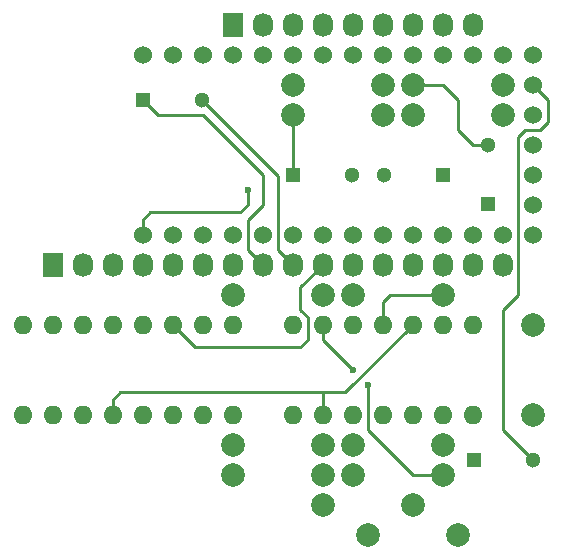
<source format=gbl>
G04 #@! TF.FileFunction,Copper,L2,Bot,Signal*
%FSLAX46Y46*%
G04 Gerber Fmt 4.6, Leading zero omitted, Abs format (unit mm)*
G04 Created by KiCad (PCBNEW (2015-11-29 BZR 6336)-product) date vrijdag 15 april 2016 20:58:08*
%MOMM*%
G01*
G04 APERTURE LIST*
%ADD10C,0.100000*%
%ADD11R,1.300000X1.300000*%
%ADD12C,1.300000*%
%ADD13O,1.600000X1.600000*%
%ADD14C,1.998980*%
%ADD15C,1.524000*%
%ADD16R,1.727200X2.032000*%
%ADD17O,1.727200X2.032000*%
%ADD18C,0.600000*%
%ADD19C,0.250000*%
G04 APERTURE END LIST*
D10*
D11*
X92790000Y-92710000D03*
D12*
X97790000Y-92710000D03*
D13*
X77470000Y-88900000D03*
X80010000Y-88900000D03*
X82550000Y-88900000D03*
X85090000Y-88900000D03*
X87630000Y-88900000D03*
X90170000Y-88900000D03*
X92710000Y-88900000D03*
X92710000Y-81280000D03*
X90170000Y-81280000D03*
X87630000Y-81280000D03*
X85090000Y-81280000D03*
X82550000Y-81280000D03*
X80010000Y-81280000D03*
X77470000Y-81280000D03*
D14*
X82550000Y-93980000D03*
X90170000Y-93980000D03*
X83820000Y-99060000D03*
X91440000Y-99060000D03*
X80010000Y-93980000D03*
X72390000Y-93980000D03*
X80010000Y-91440000D03*
X72390000Y-91440000D03*
D15*
X72390000Y-73660000D03*
X77470000Y-73660000D03*
X82550000Y-73660000D03*
X74930000Y-73660000D03*
X80010000Y-73660000D03*
X69850000Y-73660000D03*
X64770000Y-73660000D03*
X67310000Y-73660000D03*
X87630000Y-73660000D03*
X85090000Y-73660000D03*
X90170000Y-73660000D03*
X95250000Y-73660000D03*
X92710000Y-73660000D03*
X97790000Y-73660000D03*
X97790000Y-71120000D03*
X97790000Y-68580000D03*
X97790000Y-66040000D03*
X97790000Y-63500000D03*
X97790000Y-60960000D03*
X72390000Y-58420000D03*
X74930000Y-58420000D03*
X80010000Y-58420000D03*
X77470000Y-58420000D03*
X82550000Y-58420000D03*
X85090000Y-58420000D03*
X90170000Y-58420000D03*
X95250000Y-58420000D03*
X92710000Y-58420000D03*
X87630000Y-58420000D03*
X97790000Y-58420000D03*
X67310000Y-58420000D03*
X69850000Y-58420000D03*
X64770000Y-58420000D03*
D16*
X57150000Y-76200000D03*
D17*
X59690000Y-76200000D03*
X62230000Y-76200000D03*
X64770000Y-76200000D03*
X67310000Y-76200000D03*
X69850000Y-76200000D03*
X72390000Y-76200000D03*
X74930000Y-76200000D03*
X77470000Y-76200000D03*
X80010000Y-76200000D03*
X82550000Y-76200000D03*
X85090000Y-76200000D03*
X87630000Y-76200000D03*
X90170000Y-76200000D03*
X92710000Y-76200000D03*
X95250000Y-76200000D03*
D11*
X64770000Y-62230000D03*
D12*
X69770000Y-62230000D03*
D14*
X97790000Y-88900000D03*
X97790000Y-81280000D03*
D11*
X77470000Y-68580000D03*
D12*
X82470000Y-68580000D03*
D13*
X72390000Y-81280000D03*
X69850000Y-81280000D03*
X67310000Y-81280000D03*
X64770000Y-81280000D03*
X62230000Y-81280000D03*
X59690000Y-81280000D03*
X57150000Y-81280000D03*
X54610000Y-81280000D03*
X54610000Y-88900000D03*
X57150000Y-88900000D03*
X59690000Y-88900000D03*
X62230000Y-88900000D03*
X64770000Y-88900000D03*
X67310000Y-88900000D03*
X69850000Y-88900000D03*
X72390000Y-88900000D03*
D11*
X90170000Y-68580000D03*
D12*
X85170000Y-68580000D03*
D14*
X82550000Y-91440000D03*
X90170000Y-91440000D03*
X80010000Y-96520000D03*
X87630000Y-96520000D03*
X85090000Y-63500000D03*
X77470000Y-63500000D03*
X72390000Y-78740000D03*
X80010000Y-78740000D03*
X77470000Y-60960000D03*
X85090000Y-60960000D03*
X82550000Y-78740000D03*
X90170000Y-78740000D03*
X87630000Y-63500000D03*
X95250000Y-63500000D03*
X95250000Y-60960000D03*
X87630000Y-60960000D03*
D11*
X93980000Y-71040000D03*
D12*
X93980000Y-66040000D03*
D16*
X72390000Y-55880000D03*
D17*
X74930000Y-55880000D03*
X77470000Y-55880000D03*
X80010000Y-55880000D03*
X82550000Y-55880000D03*
X85090000Y-55880000D03*
X87630000Y-55880000D03*
X90170000Y-55880000D03*
X92710000Y-55880000D03*
D18*
X73660000Y-69850000D03*
X82550000Y-85090000D03*
X83820000Y-86360000D03*
D19*
X99060000Y-64135000D02*
X99060000Y-62230000D01*
X99060000Y-62230000D02*
X97790000Y-60960000D01*
X98425000Y-64770000D02*
X99060000Y-64135000D01*
X97155000Y-64770000D02*
X98425000Y-64770000D01*
X96520000Y-65405000D02*
X97155000Y-64770000D01*
X96520000Y-78740000D02*
X96520000Y-65405000D01*
X95250000Y-80010000D02*
X96520000Y-78740000D01*
X95250000Y-90170000D02*
X95250000Y-80010000D01*
X97790000Y-92710000D02*
X95250000Y-90170000D01*
X77470000Y-68580000D02*
X77470000Y-63500000D01*
X66040000Y-63500000D02*
X69850000Y-63500000D01*
X74930000Y-76200000D02*
X73660000Y-74930000D01*
X73660000Y-74930000D02*
X73660000Y-72390000D01*
X73660000Y-72390000D02*
X74930000Y-71120000D01*
X74930000Y-71120000D02*
X74930000Y-68580000D01*
X74930000Y-68580000D02*
X69850000Y-63500000D01*
X66040000Y-63500000D02*
X64770000Y-62230000D01*
X85725000Y-78740000D02*
X85090000Y-79375000D01*
X85090000Y-79375000D02*
X85090000Y-81280000D01*
X90170000Y-78740000D02*
X85725000Y-78740000D01*
X91440000Y-62230000D02*
X91440000Y-64770000D01*
X93980000Y-66040000D02*
X92710000Y-66040000D01*
X92710000Y-66040000D02*
X91440000Y-64770000D01*
X90170000Y-60960000D02*
X87630000Y-60960000D01*
X91440000Y-62230000D02*
X90170000Y-60960000D01*
X76200000Y-74930000D02*
X76200000Y-68660000D01*
X76200000Y-68660000D02*
X69770000Y-62230000D01*
X77470000Y-76200000D02*
X76200000Y-74930000D01*
X73025000Y-71755000D02*
X73660000Y-71120000D01*
X73660000Y-71120000D02*
X73660000Y-69850000D01*
X65405000Y-71755000D02*
X73025000Y-71755000D01*
X64770000Y-72390000D02*
X65405000Y-71755000D01*
X64770000Y-73660000D02*
X64770000Y-72390000D01*
X78740000Y-80645000D02*
X78740000Y-82550000D01*
X78105000Y-78105000D02*
X78105000Y-80010000D01*
X80010000Y-76200000D02*
X78105000Y-78105000D01*
X78740000Y-80645000D02*
X78105000Y-80010000D01*
X67310000Y-81280000D02*
X69215000Y-83185000D01*
X69215000Y-83185000D02*
X78105000Y-83185000D01*
X78105000Y-83185000D02*
X78740000Y-82550000D01*
X80010000Y-81280000D02*
X80010000Y-82550000D01*
X80010000Y-82550000D02*
X82550000Y-85090000D01*
X87630000Y-93980000D02*
X83820000Y-90170000D01*
X83820000Y-90170000D02*
X83820000Y-86360000D01*
X90170000Y-93980000D02*
X87630000Y-93980000D01*
X81915000Y-86995000D02*
X87630000Y-81280000D01*
X80010000Y-86995000D02*
X81915000Y-86995000D01*
X80010000Y-86995000D02*
X80010000Y-87630000D01*
X79375000Y-86995000D02*
X80010000Y-86995000D01*
X80010000Y-87630000D02*
X80010000Y-88900000D01*
X62865000Y-86995000D02*
X79375000Y-86995000D01*
X62230000Y-87630000D02*
X62865000Y-86995000D01*
X62230000Y-88900000D02*
X62230000Y-87630000D01*
X62230000Y-88900000D02*
X62230000Y-88265000D01*
M02*

</source>
